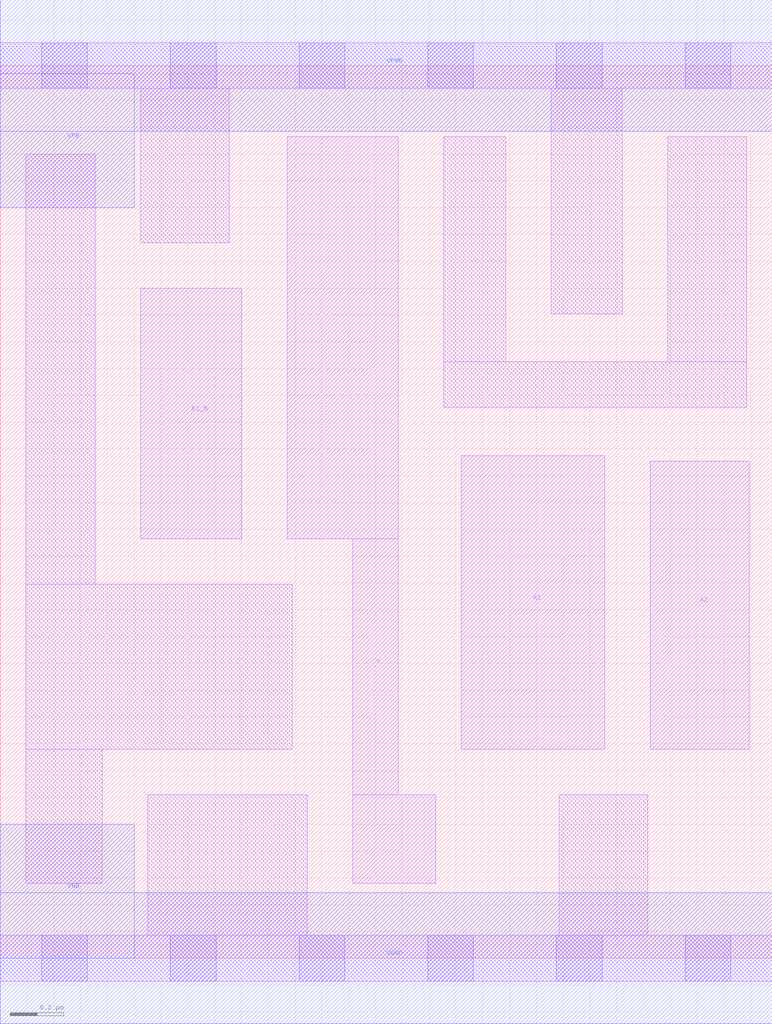
<source format=lef>
# Copyright 2020 The SkyWater PDK Authors
#
# Licensed under the Apache License, Version 2.0 (the "License");
# you may not use this file except in compliance with the License.
# You may obtain a copy of the License at
#
#     https://www.apache.org/licenses/LICENSE-2.0
#
# Unless required by applicable law or agreed to in writing, software
# distributed under the License is distributed on an "AS IS" BASIS,
# WITHOUT WARRANTIES OR CONDITIONS OF ANY KIND, either express or implied.
# See the License for the specific language governing permissions and
# limitations under the License.
#
# SPDX-License-Identifier: Apache-2.0

VERSION 5.5 ;
NAMESCASESENSITIVE ON ;
BUSBITCHARS "[]" ;
DIVIDERCHAR "/" ;
MACRO sky130_fd_sc_lp__a21boi_0
  CLASS CORE ;
  SOURCE USER ;
  ORIGIN  0.000000  0.000000 ;
  SIZE  2.880000 BY  3.330000 ;
  SYMMETRY X Y R90 ;
  SITE unit ;
  PIN A1
    ANTENNAGATEAREA  0.159000 ;
    DIRECTION INPUT ;
    USE SIGNAL ;
    PORT
      LAYER li1 ;
        RECT 1.720000 0.780000 2.255000 1.875000 ;
    END
  END A1
  PIN A2
    ANTENNAGATEAREA  0.159000 ;
    DIRECTION INPUT ;
    USE SIGNAL ;
    PORT
      LAYER li1 ;
        RECT 2.425000 0.780000 2.795000 1.855000 ;
    END
  END A2
  PIN B1_N
    ANTENNAGATEAREA  0.126000 ;
    DIRECTION INPUT ;
    USE SIGNAL ;
    PORT
      LAYER li1 ;
        RECT 0.525000 1.565000 0.900000 2.500000 ;
    END
  END B1_N
  PIN Y
    ANTENNADIFFAREA  0.287200 ;
    DIRECTION OUTPUT ;
    USE SIGNAL ;
    PORT
      LAYER li1 ;
        RECT 1.070000 1.565000 1.485000 3.065000 ;
        RECT 1.315000 0.280000 1.625000 0.610000 ;
        RECT 1.315000 0.610000 1.485000 1.565000 ;
    END
  END Y
  PIN VGND
    DIRECTION INOUT ;
    USE GROUND ;
    PORT
      LAYER met1 ;
        RECT 0.000000 -0.245000 2.880000 0.245000 ;
    END
  END VGND
  PIN VNB
    DIRECTION INOUT ;
    USE GROUND ;
    PORT
      LAYER met1 ;
        RECT 0.000000 0.000000 0.500000 0.500000 ;
    END
  END VNB
  PIN VPB
    DIRECTION INOUT ;
    USE POWER ;
    PORT
      LAYER met1 ;
        RECT 0.000000 2.800000 0.500000 3.300000 ;
    END
  END VPB
  PIN VPWR
    DIRECTION INOUT ;
    USE POWER ;
    PORT
      LAYER met1 ;
        RECT 0.000000 3.085000 2.880000 3.575000 ;
    END
  END VPWR
  OBS
    LAYER li1 ;
      RECT 0.000000 -0.085000 2.880000 0.085000 ;
      RECT 0.000000  3.245000 2.880000 3.415000 ;
      RECT 0.095000  0.280000 0.380000 0.780000 ;
      RECT 0.095000  0.780000 1.090000 1.395000 ;
      RECT 0.095000  1.395000 0.355000 3.000000 ;
      RECT 0.525000  2.670000 0.855000 3.245000 ;
      RECT 0.550000  0.085000 1.145000 0.610000 ;
      RECT 1.655000  2.055000 2.785000 2.225000 ;
      RECT 1.655000  2.225000 1.885000 3.065000 ;
      RECT 2.055000  2.405000 2.320000 3.245000 ;
      RECT 2.085000  0.085000 2.415000 0.610000 ;
      RECT 2.490000  2.225000 2.785000 3.065000 ;
    LAYER mcon ;
      RECT 0.155000 -0.085000 0.325000 0.085000 ;
      RECT 0.155000  3.245000 0.325000 3.415000 ;
      RECT 0.635000 -0.085000 0.805000 0.085000 ;
      RECT 0.635000  3.245000 0.805000 3.415000 ;
      RECT 1.115000 -0.085000 1.285000 0.085000 ;
      RECT 1.115000  3.245000 1.285000 3.415000 ;
      RECT 1.595000 -0.085000 1.765000 0.085000 ;
      RECT 1.595000  3.245000 1.765000 3.415000 ;
      RECT 2.075000 -0.085000 2.245000 0.085000 ;
      RECT 2.075000  3.245000 2.245000 3.415000 ;
      RECT 2.555000 -0.085000 2.725000 0.085000 ;
      RECT 2.555000  3.245000 2.725000 3.415000 ;
  END
END sky130_fd_sc_lp__a21boi_0
END LIBRARY

</source>
